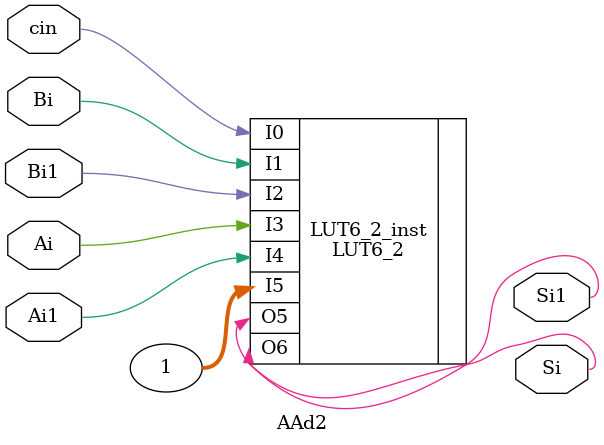
<source format=v>
`timescale 1ns / 1ps


module AAd2(
    input Ai,
    input Ai1,
    input Bi,
    input Bi1,
    input cin,
    output Si1,
    output Si
    );
    
 LUT6_2 #(
         .INIT(64'h9860F9E6E080FEF8) // Specify LUT Contents
      ) LUT6_2_inst (
         .O6(Si), // 1-bit LUT6 output
         .O5(Si1), // 1-bit lower LUT5 output
         .I0(cin), // 1-bit LUT input
         .I1(Bi), // 1-bit LUT input
         .I2(Bi1), // 1-bit LUT input
         .I3(Ai), // 1-bit LUT input
         .I4(Ai1), // 1-bit LUT input
         .I5(1)  // 1-bit LUT input (fast MUX select only available to O6 output)
      );

endmodule

</source>
